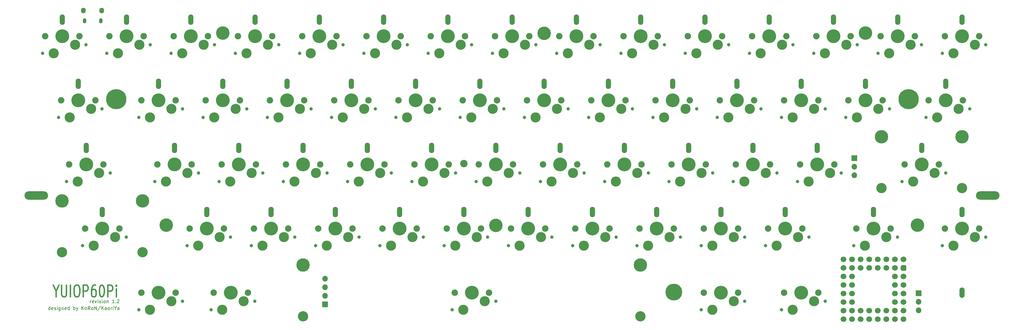
<source format=gbr>
%TF.GenerationSoftware,KiCad,Pcbnew,(5.1.9)-1*%
%TF.CreationDate,2021-10-24T15:32:31+09:00*%
%TF.ProjectId,main2,6d61696e-322e-46b6-9963-61645f706362,2*%
%TF.SameCoordinates,Original*%
%TF.FileFunction,Soldermask,Top*%
%TF.FilePolarity,Negative*%
%FSLAX46Y46*%
G04 Gerber Fmt 4.6, Leading zero omitted, Abs format (unit mm)*
G04 Created by KiCad (PCBNEW (5.1.9)-1) date 2021-10-24 15:32:31*
%MOMM*%
%LPD*%
G01*
G04 APERTURE LIST*
%ADD10C,0.400000*%
%ADD11C,0.150000*%
%ADD12C,1.000000*%
%ADD13C,3.000000*%
%ADD14C,4.100000*%
%ADD15C,1.900000*%
%ADD16O,1.700000X1.700000*%
%ADD17R,1.700000X1.700000*%
%ADD18C,1.700000*%
%ADD19C,4.000000*%
%ADD20O,7.000000X2.500000*%
%ADD21C,5.000000*%
%ADD22C,2.200000*%
%ADD23C,6.000000*%
%ADD24C,3.987800*%
%ADD25C,3.048000*%
%ADD26O,1.500000X3.150000*%
%ADD27O,1.100000X1.500000*%
%ADD28O,1.350000X1.700000*%
G04 APERTURE END LIST*
D10*
X77309523Y-184916666D02*
X77309523Y-186583333D01*
X76476190Y-183083333D02*
X77309523Y-184916666D01*
X78142857Y-183083333D01*
X78976190Y-183083333D02*
X78976190Y-185916666D01*
X79095238Y-186250000D01*
X79214285Y-186416666D01*
X79452380Y-186583333D01*
X79928571Y-186583333D01*
X80166666Y-186416666D01*
X80285714Y-186250000D01*
X80404761Y-185916666D01*
X80404761Y-183083333D01*
X81595238Y-186583333D02*
X81595238Y-183083333D01*
X83261904Y-183083333D02*
X83738095Y-183083333D01*
X83976190Y-183250000D01*
X84214285Y-183583333D01*
X84333333Y-184250000D01*
X84333333Y-185416666D01*
X84214285Y-186083333D01*
X83976190Y-186416666D01*
X83738095Y-186583333D01*
X83261904Y-186583333D01*
X83023809Y-186416666D01*
X82785714Y-186083333D01*
X82666666Y-185416666D01*
X82666666Y-184250000D01*
X82785714Y-183583333D01*
X83023809Y-183250000D01*
X83261904Y-183083333D01*
X85404761Y-186583333D02*
X85404761Y-183083333D01*
X86357142Y-183083333D01*
X86595238Y-183250000D01*
X86714285Y-183416666D01*
X86833333Y-183750000D01*
X86833333Y-184250000D01*
X86714285Y-184583333D01*
X86595238Y-184750000D01*
X86357142Y-184916666D01*
X85404761Y-184916666D01*
X88976190Y-183083333D02*
X88500000Y-183083333D01*
X88261904Y-183250000D01*
X88142857Y-183416666D01*
X87904761Y-183916666D01*
X87785714Y-184583333D01*
X87785714Y-185916666D01*
X87904761Y-186250000D01*
X88023809Y-186416666D01*
X88261904Y-186583333D01*
X88738095Y-186583333D01*
X88976190Y-186416666D01*
X89095238Y-186250000D01*
X89214285Y-185916666D01*
X89214285Y-185083333D01*
X89095238Y-184750000D01*
X88976190Y-184583333D01*
X88738095Y-184416666D01*
X88261904Y-184416666D01*
X88023809Y-184583333D01*
X87904761Y-184750000D01*
X87785714Y-185083333D01*
X90761904Y-183083333D02*
X91000000Y-183083333D01*
X91238095Y-183250000D01*
X91357142Y-183416666D01*
X91476190Y-183750000D01*
X91595238Y-184416666D01*
X91595238Y-185250000D01*
X91476190Y-185916666D01*
X91357142Y-186250000D01*
X91238095Y-186416666D01*
X91000000Y-186583333D01*
X90761904Y-186583333D01*
X90523809Y-186416666D01*
X90404761Y-186250000D01*
X90285714Y-185916666D01*
X90166666Y-185250000D01*
X90166666Y-184416666D01*
X90285714Y-183750000D01*
X90404761Y-183416666D01*
X90523809Y-183250000D01*
X90761904Y-183083333D01*
X92666666Y-186583333D02*
X92666666Y-183083333D01*
X93619047Y-183083333D01*
X93857142Y-183250000D01*
X93976190Y-183416666D01*
X94095238Y-183750000D01*
X94095238Y-184250000D01*
X93976190Y-184583333D01*
X93857142Y-184750000D01*
X93619047Y-184916666D01*
X92666666Y-184916666D01*
X95166666Y-186583333D02*
X95166666Y-184250000D01*
X95166666Y-183083333D02*
X95047619Y-183250000D01*
X95166666Y-183416666D01*
X95285714Y-183250000D01*
X95166666Y-183083333D01*
X95166666Y-183416666D01*
D11*
X75576190Y-190452380D02*
X75576190Y-189452380D01*
X75576190Y-190404761D02*
X75480952Y-190452380D01*
X75290476Y-190452380D01*
X75195238Y-190404761D01*
X75147619Y-190357142D01*
X75100000Y-190261904D01*
X75100000Y-189976190D01*
X75147619Y-189880952D01*
X75195238Y-189833333D01*
X75290476Y-189785714D01*
X75480952Y-189785714D01*
X75576190Y-189833333D01*
X76433333Y-190404761D02*
X76338095Y-190452380D01*
X76147619Y-190452380D01*
X76052380Y-190404761D01*
X76004761Y-190309523D01*
X76004761Y-189928571D01*
X76052380Y-189833333D01*
X76147619Y-189785714D01*
X76338095Y-189785714D01*
X76433333Y-189833333D01*
X76480952Y-189928571D01*
X76480952Y-190023809D01*
X76004761Y-190119047D01*
X76861904Y-190404761D02*
X76957142Y-190452380D01*
X77147619Y-190452380D01*
X77242857Y-190404761D01*
X77290476Y-190309523D01*
X77290476Y-190261904D01*
X77242857Y-190166666D01*
X77147619Y-190119047D01*
X77004761Y-190119047D01*
X76909523Y-190071428D01*
X76861904Y-189976190D01*
X76861904Y-189928571D01*
X76909523Y-189833333D01*
X77004761Y-189785714D01*
X77147619Y-189785714D01*
X77242857Y-189833333D01*
X77719047Y-190452380D02*
X77719047Y-189785714D01*
X77719047Y-189452380D02*
X77671428Y-189500000D01*
X77719047Y-189547619D01*
X77766666Y-189500000D01*
X77719047Y-189452380D01*
X77719047Y-189547619D01*
X78623809Y-189785714D02*
X78623809Y-190595238D01*
X78576190Y-190690476D01*
X78528571Y-190738095D01*
X78433333Y-190785714D01*
X78290476Y-190785714D01*
X78195238Y-190738095D01*
X78623809Y-190404761D02*
X78528571Y-190452380D01*
X78338095Y-190452380D01*
X78242857Y-190404761D01*
X78195238Y-190357142D01*
X78147619Y-190261904D01*
X78147619Y-189976190D01*
X78195238Y-189880952D01*
X78242857Y-189833333D01*
X78338095Y-189785714D01*
X78528571Y-189785714D01*
X78623809Y-189833333D01*
X79100000Y-189785714D02*
X79100000Y-190452380D01*
X79100000Y-189880952D02*
X79147619Y-189833333D01*
X79242857Y-189785714D01*
X79385714Y-189785714D01*
X79480952Y-189833333D01*
X79528571Y-189928571D01*
X79528571Y-190452380D01*
X80385714Y-190404761D02*
X80290476Y-190452380D01*
X80100000Y-190452380D01*
X80004761Y-190404761D01*
X79957142Y-190309523D01*
X79957142Y-189928571D01*
X80004761Y-189833333D01*
X80100000Y-189785714D01*
X80290476Y-189785714D01*
X80385714Y-189833333D01*
X80433333Y-189928571D01*
X80433333Y-190023809D01*
X79957142Y-190119047D01*
X81290476Y-190452380D02*
X81290476Y-189452380D01*
X81290476Y-190404761D02*
X81195238Y-190452380D01*
X81004761Y-190452380D01*
X80909523Y-190404761D01*
X80861904Y-190357142D01*
X80814285Y-190261904D01*
X80814285Y-189976190D01*
X80861904Y-189880952D01*
X80909523Y-189833333D01*
X81004761Y-189785714D01*
X81195238Y-189785714D01*
X81290476Y-189833333D01*
X82528571Y-190452380D02*
X82528571Y-189452380D01*
X82528571Y-189833333D02*
X82623809Y-189785714D01*
X82814285Y-189785714D01*
X82909523Y-189833333D01*
X82957142Y-189880952D01*
X83004761Y-189976190D01*
X83004761Y-190261904D01*
X82957142Y-190357142D01*
X82909523Y-190404761D01*
X82814285Y-190452380D01*
X82623809Y-190452380D01*
X82528571Y-190404761D01*
X83338095Y-189785714D02*
X83576190Y-190452380D01*
X83814285Y-189785714D02*
X83576190Y-190452380D01*
X83480952Y-190690476D01*
X83433333Y-190738095D01*
X83338095Y-190785714D01*
X84957142Y-190452380D02*
X84957142Y-189452380D01*
X85528571Y-190452380D02*
X85100000Y-189880952D01*
X85528571Y-189452380D02*
X84957142Y-190023809D01*
X86100000Y-190452380D02*
X86004761Y-190404761D01*
X85957142Y-190357142D01*
X85909523Y-190261904D01*
X85909523Y-189976190D01*
X85957142Y-189880952D01*
X86004761Y-189833333D01*
X86100000Y-189785714D01*
X86242857Y-189785714D01*
X86338095Y-189833333D01*
X86385714Y-189880952D01*
X86433333Y-189976190D01*
X86433333Y-190261904D01*
X86385714Y-190357142D01*
X86338095Y-190404761D01*
X86242857Y-190452380D01*
X86100000Y-190452380D01*
X87433333Y-190452380D02*
X87100000Y-189976190D01*
X86861904Y-190452380D02*
X86861904Y-189452380D01*
X87242857Y-189452380D01*
X87338095Y-189500000D01*
X87385714Y-189547619D01*
X87433333Y-189642857D01*
X87433333Y-189785714D01*
X87385714Y-189880952D01*
X87338095Y-189928571D01*
X87242857Y-189976190D01*
X86861904Y-189976190D01*
X88004761Y-190452380D02*
X87909523Y-190404761D01*
X87861904Y-190357142D01*
X87814285Y-190261904D01*
X87814285Y-189976190D01*
X87861904Y-189880952D01*
X87909523Y-189833333D01*
X88004761Y-189785714D01*
X88147619Y-189785714D01*
X88242857Y-189833333D01*
X88290476Y-189880952D01*
X88338095Y-189976190D01*
X88338095Y-190261904D01*
X88290476Y-190357142D01*
X88242857Y-190404761D01*
X88147619Y-190452380D01*
X88004761Y-190452380D01*
X88766666Y-190452380D02*
X88766666Y-189452380D01*
X89338095Y-190452380D01*
X89338095Y-189452380D01*
X90528571Y-189404761D02*
X89671428Y-190690476D01*
X90861904Y-190452380D02*
X90861904Y-189452380D01*
X91433333Y-190452380D02*
X91004761Y-189880952D01*
X91433333Y-189452380D02*
X90861904Y-190023809D01*
X92290476Y-190452380D02*
X92290476Y-189928571D01*
X92242857Y-189833333D01*
X92147619Y-189785714D01*
X91957142Y-189785714D01*
X91861904Y-189833333D01*
X92290476Y-190404761D02*
X92195238Y-190452380D01*
X91957142Y-190452380D01*
X91861904Y-190404761D01*
X91814285Y-190309523D01*
X91814285Y-190214285D01*
X91861904Y-190119047D01*
X91957142Y-190071428D01*
X92195238Y-190071428D01*
X92290476Y-190023809D01*
X92909523Y-190452380D02*
X92814285Y-190404761D01*
X92766666Y-190357142D01*
X92719047Y-190261904D01*
X92719047Y-189976190D01*
X92766666Y-189880952D01*
X92814285Y-189833333D01*
X92909523Y-189785714D01*
X93052380Y-189785714D01*
X93147619Y-189833333D01*
X93195238Y-189880952D01*
X93242857Y-189976190D01*
X93242857Y-190261904D01*
X93195238Y-190357142D01*
X93147619Y-190404761D01*
X93052380Y-190452380D01*
X92909523Y-190452380D01*
X93671428Y-190452380D02*
X93671428Y-189785714D01*
X93671428Y-189976190D02*
X93719047Y-189880952D01*
X93766666Y-189833333D01*
X93861904Y-189785714D01*
X93957142Y-189785714D01*
X94290476Y-190452380D02*
X94290476Y-189785714D01*
X94290476Y-189452380D02*
X94242857Y-189500000D01*
X94290476Y-189547619D01*
X94338095Y-189500000D01*
X94290476Y-189452380D01*
X94290476Y-189547619D01*
X94957142Y-189976190D02*
X94957142Y-190452380D01*
X94623809Y-189452380D02*
X94957142Y-189976190D01*
X95290476Y-189452380D01*
X96052380Y-190452380D02*
X96052380Y-189928571D01*
X96004761Y-189833333D01*
X95909523Y-189785714D01*
X95719047Y-189785714D01*
X95623809Y-189833333D01*
X96052380Y-190404761D02*
X95957142Y-190452380D01*
X95719047Y-190452380D01*
X95623809Y-190404761D01*
X95576190Y-190309523D01*
X95576190Y-190214285D01*
X95623809Y-190119047D01*
X95719047Y-190071428D01*
X95957142Y-190071428D01*
X96052380Y-190023809D01*
X87511904Y-188452380D02*
X87511904Y-187785714D01*
X87511904Y-187976190D02*
X87559523Y-187880952D01*
X87607142Y-187833333D01*
X87702380Y-187785714D01*
X87797619Y-187785714D01*
X88511904Y-188404761D02*
X88416666Y-188452380D01*
X88226190Y-188452380D01*
X88130952Y-188404761D01*
X88083333Y-188309523D01*
X88083333Y-187928571D01*
X88130952Y-187833333D01*
X88226190Y-187785714D01*
X88416666Y-187785714D01*
X88511904Y-187833333D01*
X88559523Y-187928571D01*
X88559523Y-188023809D01*
X88083333Y-188119047D01*
X88892857Y-187785714D02*
X89130952Y-188452380D01*
X89369047Y-187785714D01*
X89750000Y-188452380D02*
X89750000Y-187785714D01*
X89750000Y-187452380D02*
X89702380Y-187500000D01*
X89750000Y-187547619D01*
X89797619Y-187500000D01*
X89750000Y-187452380D01*
X89750000Y-187547619D01*
X90178571Y-188404761D02*
X90273809Y-188452380D01*
X90464285Y-188452380D01*
X90559523Y-188404761D01*
X90607142Y-188309523D01*
X90607142Y-188261904D01*
X90559523Y-188166666D01*
X90464285Y-188119047D01*
X90321428Y-188119047D01*
X90226190Y-188071428D01*
X90178571Y-187976190D01*
X90178571Y-187928571D01*
X90226190Y-187833333D01*
X90321428Y-187785714D01*
X90464285Y-187785714D01*
X90559523Y-187833333D01*
X91035714Y-188452380D02*
X91035714Y-187785714D01*
X91035714Y-187452380D02*
X90988095Y-187500000D01*
X91035714Y-187547619D01*
X91083333Y-187500000D01*
X91035714Y-187452380D01*
X91035714Y-187547619D01*
X91654761Y-188452380D02*
X91559523Y-188404761D01*
X91511904Y-188357142D01*
X91464285Y-188261904D01*
X91464285Y-187976190D01*
X91511904Y-187880952D01*
X91559523Y-187833333D01*
X91654761Y-187785714D01*
X91797619Y-187785714D01*
X91892857Y-187833333D01*
X91940476Y-187880952D01*
X91988095Y-187976190D01*
X91988095Y-188261904D01*
X91940476Y-188357142D01*
X91892857Y-188404761D01*
X91797619Y-188452380D01*
X91654761Y-188452380D01*
X92416666Y-187785714D02*
X92416666Y-188452380D01*
X92416666Y-187880952D02*
X92464285Y-187833333D01*
X92559523Y-187785714D01*
X92702380Y-187785714D01*
X92797619Y-187833333D01*
X92845238Y-187928571D01*
X92845238Y-188452380D01*
X94607142Y-188452380D02*
X94035714Y-188452380D01*
X94321428Y-188452380D02*
X94321428Y-187452380D01*
X94226190Y-187595238D01*
X94130952Y-187690476D01*
X94035714Y-187738095D01*
X95035714Y-188357142D02*
X95083333Y-188404761D01*
X95035714Y-188452380D01*
X94988095Y-188404761D01*
X95035714Y-188357142D01*
X95035714Y-188452380D01*
X95464285Y-187547619D02*
X95511904Y-187500000D01*
X95607142Y-187452380D01*
X95845238Y-187452380D01*
X95940476Y-187500000D01*
X95988095Y-187547619D01*
X96035714Y-187642857D01*
X96035714Y-187738095D01*
X95988095Y-187880952D01*
X95416666Y-188452380D01*
X96035714Y-188452380D01*
D12*
%TO.C,KSW28*%
X311433000Y-133340000D03*
X324360000Y-130800000D03*
D13*
X321085000Y-130800000D03*
X314735000Y-133340000D03*
D14*
X317275000Y-128260000D03*
D15*
X312195000Y-128260000D03*
X322355000Y-128260000D03*
%TD*%
D12*
%TO.C,KSW59*%
X268570000Y-190490000D03*
X281497000Y-187950000D03*
D13*
X278222000Y-187950000D03*
X271872000Y-190490000D03*
D14*
X274412000Y-185410000D03*
D15*
X269332000Y-185410000D03*
X279492000Y-185410000D03*
%TD*%
D16*
%TO.C,J4*%
X333017000Y-190678000D03*
X333017000Y-188138000D03*
D17*
X333017000Y-185598000D03*
%TD*%
D16*
%TO.C,J2*%
X157122000Y-181280000D03*
X157122000Y-183820000D03*
X157122000Y-186360000D03*
D17*
X157122000Y-188900000D03*
%TD*%
D18*
%TO.C,U1*%
X328565000Y-175520000D03*
X326025000Y-178060000D03*
X326025000Y-175520000D03*
X323485000Y-178060000D03*
X323485000Y-175520000D03*
X320945000Y-178060000D03*
X320945000Y-175520000D03*
X318405000Y-178060000D03*
X318405000Y-175520000D03*
X315865000Y-178060000D03*
X315865000Y-175520000D03*
X313325000Y-175520000D03*
X310785000Y-175520000D03*
X313325000Y-178060000D03*
X310785000Y-178060000D03*
X313325000Y-180600000D03*
X310785000Y-180600000D03*
X313325000Y-183140000D03*
X310785000Y-183140000D03*
X313325000Y-185680000D03*
X310785000Y-185680000D03*
X313325000Y-188220000D03*
X310785000Y-188220000D03*
X310785000Y-190760000D03*
X310785000Y-193300000D03*
X313325000Y-190760000D03*
X313325000Y-193300000D03*
X315865000Y-190760000D03*
X315865000Y-193300000D03*
X318405000Y-190760000D03*
X318405000Y-193300000D03*
X320945000Y-190760000D03*
X320945000Y-193300000D03*
X323485000Y-190760000D03*
X323485000Y-193300000D03*
X326025000Y-193300000D03*
X328565000Y-193300000D03*
X326025000Y-190760000D03*
X328565000Y-190760000D03*
X326025000Y-188220000D03*
X328565000Y-188220000D03*
X326025000Y-185680000D03*
X328565000Y-185680000D03*
X326025000Y-183140000D03*
X328565000Y-183140000D03*
X326025000Y-180600000D03*
X328565000Y-180600000D03*
G36*
G01*
X329415000Y-177635000D02*
X329415000Y-178485000D01*
G75*
G02*
X328990000Y-178910000I-425000J0D01*
G01*
X328140000Y-178910000D01*
G75*
G02*
X327715000Y-178485000I0J425000D01*
G01*
X327715000Y-177635000D01*
G75*
G02*
X328140000Y-177210000I425000J0D01*
G01*
X328990000Y-177210000D01*
G75*
G02*
X329415000Y-177635000I0J-425000D01*
G01*
G37*
%TD*%
D19*
%TO.C,HOLE12*%
X332650000Y-165300000D03*
%TD*%
%TO.C,HOLE10*%
X110000000Y-165300000D03*
%TD*%
%TO.C,HOLE11*%
X207738000Y-165400000D03*
%TD*%
%TO.C,HOLE9*%
X317275000Y-108300000D03*
%TD*%
%TO.C,HOLE8*%
X222025000Y-108310000D03*
%TD*%
%TO.C,HOLE7*%
X126775000Y-108300000D03*
%TD*%
D20*
%TO.C,HOLE6*%
X353540000Y-156500000D03*
%TD*%
%TO.C,HOLE5*%
X71460000Y-156500000D03*
%TD*%
D21*
%TO.C,HOLE4*%
X260500000Y-185200000D03*
%TD*%
D22*
%TO.C,HOLE3*%
X198200000Y-147000000D03*
%TD*%
D23*
%TO.C,HOLE2*%
X330050000Y-127910000D03*
%TD*%
%TO.C,HOLE1*%
X95200000Y-127900000D03*
%TD*%
D24*
%TO.C,STB2*%
X150594000Y-177155000D03*
D25*
X250594000Y-192395000D03*
D24*
X250594000Y-177155000D03*
D25*
X150594000Y-192395000D03*
%TD*%
%TO.C,STB1*%
X79118200Y-173345000D03*
D24*
X79118200Y-158105000D03*
X102994200Y-158105000D03*
D25*
X102994200Y-173345000D03*
%TD*%
%TO.C,STB3*%
X322006000Y-154295000D03*
D24*
X322006000Y-139055000D03*
X345882000Y-139055000D03*
D25*
X345882000Y-154295000D03*
%TD*%
D26*
%TO.C,LED56*%
X345850000Y-104250000D03*
%TD*%
%TO.C,LED55*%
X326800000Y-104250000D03*
%TD*%
%TO.C,LED54*%
X307750000Y-104250000D03*
%TD*%
%TO.C,LED53*%
X288700000Y-104250000D03*
%TD*%
%TO.C,LED52*%
X269650000Y-104250000D03*
%TD*%
%TO.C,LED51*%
X250600000Y-104250000D03*
%TD*%
%TO.C,LED50*%
X231550000Y-104250000D03*
%TD*%
%TO.C,LED49*%
X212500000Y-104250000D03*
%TD*%
%TO.C,LED48*%
X193450000Y-104250000D03*
%TD*%
%TO.C,LED47*%
X174400000Y-104250000D03*
%TD*%
%TO.C,LED46*%
X155350000Y-104250000D03*
%TD*%
%TO.C,LED45*%
X136300000Y-104250000D03*
%TD*%
%TO.C,LED44*%
X117250000Y-104250000D03*
%TD*%
%TO.C,LED43*%
X98200000Y-104250000D03*
%TD*%
%TO.C,LED42*%
X79150000Y-104250000D03*
%TD*%
%TO.C,LED41*%
X83912500Y-123300000D03*
%TD*%
%TO.C,LED40*%
X107725000Y-123300000D03*
%TD*%
%TO.C,LED39*%
X126775000Y-123300000D03*
%TD*%
%TO.C,LED38*%
X145825000Y-123300000D03*
%TD*%
%TO.C,LED37*%
X164875000Y-123300000D03*
%TD*%
%TO.C,LED36*%
X183925000Y-123300000D03*
%TD*%
%TO.C,LED35*%
X202975000Y-123300000D03*
%TD*%
%TO.C,LED34*%
X222025000Y-123300000D03*
%TD*%
%TO.C,LED33*%
X241075000Y-123300000D03*
%TD*%
%TO.C,LED32*%
X260125000Y-123300000D03*
%TD*%
%TO.C,LED31*%
X279175000Y-123300000D03*
%TD*%
%TO.C,LED30*%
X298225000Y-123300000D03*
%TD*%
%TO.C,LED29*%
X317275000Y-123300000D03*
%TD*%
%TO.C,LED28*%
X341088000Y-123300000D03*
%TD*%
%TO.C,LED27*%
X333944000Y-142350000D03*
%TD*%
%TO.C,LED26*%
X302988000Y-142350000D03*
%TD*%
%TO.C,LED25*%
X283938000Y-142350000D03*
%TD*%
%TO.C,LED24*%
X264888000Y-142350000D03*
%TD*%
%TO.C,LED23*%
X245838000Y-142350000D03*
%TD*%
%TO.C,LED22*%
X226788000Y-142350000D03*
%TD*%
%TO.C,LED21*%
X207738000Y-142350000D03*
%TD*%
%TO.C,LED20*%
X188688000Y-142350000D03*
%TD*%
%TO.C,LED19*%
X169638000Y-142350000D03*
%TD*%
%TO.C,LED18*%
X150588000Y-142350000D03*
%TD*%
%TO.C,LED17*%
X131538000Y-142350000D03*
%TD*%
%TO.C,LED16*%
X112488000Y-142350000D03*
%TD*%
%TO.C,LED15*%
X86293800Y-142350000D03*
%TD*%
%TO.C,LED14*%
X91056200Y-161400000D03*
%TD*%
%TO.C,LED13*%
X122012000Y-161400000D03*
%TD*%
%TO.C,LED12*%
X141062000Y-161400000D03*
%TD*%
%TO.C,LED11*%
X160112000Y-161400000D03*
%TD*%
%TO.C,LED10*%
X179162000Y-161400000D03*
%TD*%
%TO.C,LED9*%
X198212000Y-161400000D03*
%TD*%
%TO.C,LED8*%
X217262000Y-161400000D03*
%TD*%
%TO.C,LED7*%
X236312000Y-161400000D03*
%TD*%
%TO.C,LED6*%
X255362000Y-161400000D03*
%TD*%
%TO.C,LED5*%
X274412000Y-161400000D03*
%TD*%
%TO.C,LED4*%
X293462000Y-161400000D03*
%TD*%
%TO.C,LED3*%
X319656000Y-161400000D03*
%TD*%
%TO.C,LED2*%
X345850000Y-161400000D03*
%TD*%
%TO.C,LED1*%
X345851000Y-185410000D03*
%TD*%
D12*
%TO.C,KSW60*%
X292383000Y-190490000D03*
X305310000Y-187950000D03*
D13*
X302035000Y-187950000D03*
X295685000Y-190490000D03*
D14*
X298225000Y-185410000D03*
D15*
X293145000Y-185410000D03*
X303305000Y-185410000D03*
%TD*%
D12*
%TO.C,KSW58*%
X194752000Y-190490000D03*
X207679000Y-187950000D03*
D13*
X204404000Y-187950000D03*
X198054000Y-190490000D03*
D14*
X200594000Y-185410000D03*
D15*
X195514000Y-185410000D03*
X205674000Y-185410000D03*
%TD*%
D12*
%TO.C,KSW57*%
X123314000Y-190490000D03*
X136241000Y-187950000D03*
D13*
X132966000Y-187950000D03*
X126616000Y-190490000D03*
D14*
X129156000Y-185410000D03*
D15*
X124076000Y-185410000D03*
X134236000Y-185410000D03*
%TD*%
D12*
%TO.C,KSW56*%
X101883000Y-190490000D03*
X114810000Y-187950000D03*
D13*
X111535000Y-187950000D03*
X105185000Y-190490000D03*
D14*
X107725000Y-185410000D03*
D15*
X102645000Y-185410000D03*
X112805000Y-185410000D03*
%TD*%
D12*
%TO.C,KSW55*%
X340008000Y-171440000D03*
X352935000Y-168900000D03*
D13*
X349660000Y-168900000D03*
X343310000Y-171440000D03*
D14*
X345850000Y-166360000D03*
D15*
X340770000Y-166360000D03*
X350930000Y-166360000D03*
%TD*%
D12*
%TO.C,KSW54*%
X313814000Y-171440000D03*
X326741000Y-168900000D03*
D13*
X323466000Y-168900000D03*
X317116000Y-171440000D03*
D14*
X319656000Y-166360000D03*
D15*
X314576000Y-166360000D03*
X324736000Y-166360000D03*
%TD*%
D12*
%TO.C,KSW53*%
X287620000Y-171440000D03*
X300547000Y-168900000D03*
D13*
X297272000Y-168900000D03*
X290922000Y-171440000D03*
D14*
X293462000Y-166360000D03*
D15*
X288382000Y-166360000D03*
X298542000Y-166360000D03*
%TD*%
D12*
%TO.C,KSW52*%
X268570000Y-171440000D03*
X281497000Y-168900000D03*
D13*
X278222000Y-168900000D03*
X271872000Y-171440000D03*
D14*
X274412000Y-166360000D03*
D15*
X269332000Y-166360000D03*
X279492000Y-166360000D03*
%TD*%
D12*
%TO.C,KSW51*%
X249520000Y-171440000D03*
X262447000Y-168900000D03*
D13*
X259172000Y-168900000D03*
X252822000Y-171440000D03*
D14*
X255362000Y-166360000D03*
D15*
X250282000Y-166360000D03*
X260442000Y-166360000D03*
%TD*%
D12*
%TO.C,KSW50*%
X230470000Y-171440000D03*
X243397000Y-168900000D03*
D13*
X240122000Y-168900000D03*
X233772000Y-171440000D03*
D14*
X236312000Y-166360000D03*
D15*
X231232000Y-166360000D03*
X241392000Y-166360000D03*
%TD*%
D12*
%TO.C,KSW49*%
X211420000Y-171440000D03*
X224347000Y-168900000D03*
D13*
X221072000Y-168900000D03*
X214722000Y-171440000D03*
D14*
X217262000Y-166360000D03*
D15*
X212182000Y-166360000D03*
X222342000Y-166360000D03*
%TD*%
D12*
%TO.C,KSW48*%
X192370000Y-171440000D03*
X205297000Y-168900000D03*
D13*
X202022000Y-168900000D03*
X195672000Y-171440000D03*
D14*
X198212000Y-166360000D03*
D15*
X193132000Y-166360000D03*
X203292000Y-166360000D03*
%TD*%
D12*
%TO.C,KSW47*%
X173320000Y-171440000D03*
X186247000Y-168900000D03*
D13*
X182972000Y-168900000D03*
X176622000Y-171440000D03*
D14*
X179162000Y-166360000D03*
D15*
X174082000Y-166360000D03*
X184242000Y-166360000D03*
%TD*%
D12*
%TO.C,KSW46*%
X154270000Y-171440000D03*
X167197000Y-168900000D03*
D13*
X163922000Y-168900000D03*
X157572000Y-171440000D03*
D14*
X160112000Y-166360000D03*
D15*
X155032000Y-166360000D03*
X165192000Y-166360000D03*
%TD*%
D12*
%TO.C,KSW45*%
X135220000Y-171440000D03*
X148147000Y-168900000D03*
D13*
X144872000Y-168900000D03*
X138522000Y-171440000D03*
D14*
X141062000Y-166360000D03*
D15*
X135982000Y-166360000D03*
X146142000Y-166360000D03*
%TD*%
D12*
%TO.C,KSW44*%
X116170000Y-171440000D03*
X129097000Y-168900000D03*
D13*
X125822000Y-168900000D03*
X119472000Y-171440000D03*
D14*
X122012000Y-166360000D03*
D15*
X116932000Y-166360000D03*
X127092000Y-166360000D03*
%TD*%
D12*
%TO.C,KSW43*%
X85214200Y-171440000D03*
X98141200Y-168900000D03*
D13*
X94866200Y-168900000D03*
X88516200Y-171440000D03*
D14*
X91056200Y-166360000D03*
D15*
X85976200Y-166360000D03*
X96136200Y-166360000D03*
%TD*%
D12*
%TO.C,KSW42*%
X328102000Y-152390000D03*
X341029000Y-149850000D03*
D13*
X337754000Y-149850000D03*
X331404000Y-152390000D03*
D14*
X333944000Y-147310000D03*
D15*
X328864000Y-147310000D03*
X339024000Y-147310000D03*
%TD*%
D12*
%TO.C,KSW41*%
X297146000Y-152390000D03*
X310073000Y-149850000D03*
D13*
X306798000Y-149850000D03*
X300448000Y-152390000D03*
D14*
X302988000Y-147310000D03*
D15*
X297908000Y-147310000D03*
X308068000Y-147310000D03*
%TD*%
D12*
%TO.C,KSW40*%
X278096000Y-152390000D03*
X291023000Y-149850000D03*
D13*
X287748000Y-149850000D03*
X281398000Y-152390000D03*
D14*
X283938000Y-147310000D03*
D15*
X278858000Y-147310000D03*
X289018000Y-147310000D03*
%TD*%
D12*
%TO.C,KSW39*%
X259046000Y-152390000D03*
X271973000Y-149850000D03*
D13*
X268698000Y-149850000D03*
X262348000Y-152390000D03*
D14*
X264888000Y-147310000D03*
D15*
X259808000Y-147310000D03*
X269968000Y-147310000D03*
%TD*%
D12*
%TO.C,KSW38*%
X239996000Y-152390000D03*
X252923000Y-149850000D03*
D13*
X249648000Y-149850000D03*
X243298000Y-152390000D03*
D14*
X245838000Y-147310000D03*
D15*
X240758000Y-147310000D03*
X250918000Y-147310000D03*
%TD*%
D12*
%TO.C,KSW37*%
X220946000Y-152390000D03*
X233873000Y-149850000D03*
D13*
X230598000Y-149850000D03*
X224248000Y-152390000D03*
D14*
X226788000Y-147310000D03*
D15*
X221708000Y-147310000D03*
X231868000Y-147310000D03*
%TD*%
D12*
%TO.C,KSW36*%
X201896000Y-152390000D03*
X214823000Y-149850000D03*
D13*
X211548000Y-149850000D03*
X205198000Y-152390000D03*
D14*
X207738000Y-147310000D03*
D15*
X202658000Y-147310000D03*
X212818000Y-147310000D03*
%TD*%
D12*
%TO.C,KSW35*%
X182846000Y-152390000D03*
X195773000Y-149850000D03*
D13*
X192498000Y-149850000D03*
X186148000Y-152390000D03*
D14*
X188688000Y-147310000D03*
D15*
X183608000Y-147310000D03*
X193768000Y-147310000D03*
%TD*%
D12*
%TO.C,KSW34*%
X163796000Y-152390000D03*
X176723000Y-149850000D03*
D13*
X173448000Y-149850000D03*
X167098000Y-152390000D03*
D14*
X169638000Y-147310000D03*
D15*
X164558000Y-147310000D03*
X174718000Y-147310000D03*
%TD*%
D12*
%TO.C,KSW33*%
X144746000Y-152390000D03*
X157673000Y-149850000D03*
D13*
X154398000Y-149850000D03*
X148048000Y-152390000D03*
D14*
X150588000Y-147310000D03*
D15*
X145508000Y-147310000D03*
X155668000Y-147310000D03*
%TD*%
D12*
%TO.C,KSW32*%
X125696000Y-152390000D03*
X138623000Y-149850000D03*
D13*
X135348000Y-149850000D03*
X128998000Y-152390000D03*
D14*
X131538000Y-147310000D03*
D15*
X126458000Y-147310000D03*
X136618000Y-147310000D03*
%TD*%
D12*
%TO.C,KSW31*%
X106646000Y-152390000D03*
X119573000Y-149850000D03*
D13*
X116298000Y-149850000D03*
X109948000Y-152390000D03*
D14*
X112488000Y-147310000D03*
D15*
X107408000Y-147310000D03*
X117568000Y-147310000D03*
%TD*%
D12*
%TO.C,KSW30*%
X80451800Y-152390000D03*
X93378800Y-149850000D03*
D13*
X90103800Y-149850000D03*
X83753800Y-152390000D03*
D14*
X86293800Y-147310000D03*
D15*
X81213800Y-147310000D03*
X91373800Y-147310000D03*
%TD*%
D12*
%TO.C,KSW29*%
X335246000Y-133340000D03*
X348173000Y-130800000D03*
D13*
X344898000Y-130800000D03*
X338548000Y-133340000D03*
D14*
X341088000Y-128260000D03*
D15*
X336008000Y-128260000D03*
X346168000Y-128260000D03*
%TD*%
D12*
%TO.C,KSW27*%
X292383000Y-133340000D03*
X305310000Y-130800000D03*
D13*
X302035000Y-130800000D03*
X295685000Y-133340000D03*
D14*
X298225000Y-128260000D03*
D15*
X293145000Y-128260000D03*
X303305000Y-128260000D03*
%TD*%
D12*
%TO.C,KSW26*%
X273333000Y-133340000D03*
X286260000Y-130800000D03*
D13*
X282985000Y-130800000D03*
X276635000Y-133340000D03*
D14*
X279175000Y-128260000D03*
D15*
X274095000Y-128260000D03*
X284255000Y-128260000D03*
%TD*%
D12*
%TO.C,KSW25*%
X254283000Y-133340000D03*
X267210000Y-130800000D03*
D13*
X263935000Y-130800000D03*
X257585000Y-133340000D03*
D14*
X260125000Y-128260000D03*
D15*
X255045000Y-128260000D03*
X265205000Y-128260000D03*
%TD*%
D12*
%TO.C,KSW24*%
X235233000Y-133340000D03*
X248160000Y-130800000D03*
D13*
X244885000Y-130800000D03*
X238535000Y-133340000D03*
D14*
X241075000Y-128260000D03*
D15*
X235995000Y-128260000D03*
X246155000Y-128260000D03*
%TD*%
D12*
%TO.C,KSW23*%
X216183000Y-133340000D03*
X229110000Y-130800000D03*
D13*
X225835000Y-130800000D03*
X219485000Y-133340000D03*
D14*
X222025000Y-128260000D03*
D15*
X216945000Y-128260000D03*
X227105000Y-128260000D03*
%TD*%
D12*
%TO.C,KSW22*%
X197133000Y-133340000D03*
X210060000Y-130800000D03*
D13*
X206785000Y-130800000D03*
X200435000Y-133340000D03*
D14*
X202975000Y-128260000D03*
D15*
X197895000Y-128260000D03*
X208055000Y-128260000D03*
%TD*%
D12*
%TO.C,KSW21*%
X178083000Y-133340000D03*
X191010000Y-130800000D03*
D13*
X187735000Y-130800000D03*
X181385000Y-133340000D03*
D14*
X183925000Y-128260000D03*
D15*
X178845000Y-128260000D03*
X189005000Y-128260000D03*
%TD*%
D12*
%TO.C,KSW20*%
X159033000Y-133340000D03*
X171960000Y-130800000D03*
D13*
X168685000Y-130800000D03*
X162335000Y-133340000D03*
D14*
X164875000Y-128260000D03*
D15*
X159795000Y-128260000D03*
X169955000Y-128260000D03*
%TD*%
D12*
%TO.C,KSW19*%
X139983000Y-133340000D03*
X152910000Y-130800000D03*
D13*
X149635000Y-130800000D03*
X143285000Y-133340000D03*
D14*
X145825000Y-128260000D03*
D15*
X140745000Y-128260000D03*
X150905000Y-128260000D03*
%TD*%
D12*
%TO.C,KSW18*%
X120933000Y-133340000D03*
X133860000Y-130800000D03*
D13*
X130585000Y-130800000D03*
X124235000Y-133340000D03*
D14*
X126775000Y-128260000D03*
D15*
X121695000Y-128260000D03*
X131855000Y-128260000D03*
%TD*%
D12*
%TO.C,KSW17*%
X101883000Y-133340000D03*
X114810000Y-130800000D03*
D13*
X111535000Y-130800000D03*
X105185000Y-133340000D03*
D14*
X107725000Y-128260000D03*
D15*
X102645000Y-128260000D03*
X112805000Y-128260000D03*
%TD*%
D12*
%TO.C,KSW16*%
X78070500Y-133340000D03*
X90997500Y-130800000D03*
D13*
X87722500Y-130800000D03*
X81372500Y-133340000D03*
D14*
X83912500Y-128260000D03*
D15*
X78832500Y-128260000D03*
X88992500Y-128260000D03*
%TD*%
D12*
%TO.C,KSW15*%
X340008000Y-114290000D03*
X352935000Y-111750000D03*
D13*
X349660000Y-111750000D03*
X343310000Y-114290000D03*
D14*
X345850000Y-109210000D03*
D15*
X340770000Y-109210000D03*
X350930000Y-109210000D03*
%TD*%
D12*
%TO.C,KSW14*%
X320958000Y-114290000D03*
X333885000Y-111750000D03*
D13*
X330610000Y-111750000D03*
X324260000Y-114290000D03*
D14*
X326800000Y-109210000D03*
D15*
X321720000Y-109210000D03*
X331880000Y-109210000D03*
%TD*%
D12*
%TO.C,KSW13*%
X301908000Y-114290000D03*
X314835000Y-111750000D03*
D13*
X311560000Y-111750000D03*
X305210000Y-114290000D03*
D14*
X307750000Y-109210000D03*
D15*
X302670000Y-109210000D03*
X312830000Y-109210000D03*
%TD*%
D12*
%TO.C,KSW12*%
X282858000Y-114290000D03*
X295785000Y-111750000D03*
D13*
X292510000Y-111750000D03*
X286160000Y-114290000D03*
D14*
X288700000Y-109210000D03*
D15*
X283620000Y-109210000D03*
X293780000Y-109210000D03*
%TD*%
D12*
%TO.C,KSW11*%
X263808000Y-114290000D03*
X276735000Y-111750000D03*
D13*
X273460000Y-111750000D03*
X267110000Y-114290000D03*
D14*
X269650000Y-109210000D03*
D15*
X264570000Y-109210000D03*
X274730000Y-109210000D03*
%TD*%
D12*
%TO.C,KSW10*%
X244758000Y-114290000D03*
X257685000Y-111750000D03*
D13*
X254410000Y-111750000D03*
X248060000Y-114290000D03*
D14*
X250600000Y-109210000D03*
D15*
X245520000Y-109210000D03*
X255680000Y-109210000D03*
%TD*%
D12*
%TO.C,KSW9*%
X225708000Y-114290000D03*
X238635000Y-111750000D03*
D13*
X235360000Y-111750000D03*
X229010000Y-114290000D03*
D14*
X231550000Y-109210000D03*
D15*
X226470000Y-109210000D03*
X236630000Y-109210000D03*
%TD*%
D12*
%TO.C,KSW8*%
X206658000Y-114290000D03*
X219585000Y-111750000D03*
D13*
X216310000Y-111750000D03*
X209960000Y-114290000D03*
D14*
X212500000Y-109210000D03*
D15*
X207420000Y-109210000D03*
X217580000Y-109210000D03*
%TD*%
D12*
%TO.C,KSW7*%
X187608000Y-114290000D03*
X200535000Y-111750000D03*
D13*
X197260000Y-111750000D03*
X190910000Y-114290000D03*
D14*
X193450000Y-109210000D03*
D15*
X188370000Y-109210000D03*
X198530000Y-109210000D03*
%TD*%
D12*
%TO.C,KSW6*%
X168558000Y-114290000D03*
X181485000Y-111750000D03*
D13*
X178210000Y-111750000D03*
X171860000Y-114290000D03*
D14*
X174400000Y-109210000D03*
D15*
X169320000Y-109210000D03*
X179480000Y-109210000D03*
%TD*%
D12*
%TO.C,KSW5*%
X149508000Y-114290000D03*
X162435000Y-111750000D03*
D13*
X159160000Y-111750000D03*
X152810000Y-114290000D03*
D14*
X155350000Y-109210000D03*
D15*
X150270000Y-109210000D03*
X160430000Y-109210000D03*
%TD*%
D12*
%TO.C,KSW4*%
X130458000Y-114290000D03*
X143385000Y-111750000D03*
D13*
X140110000Y-111750000D03*
X133760000Y-114290000D03*
D14*
X136300000Y-109210000D03*
D15*
X131220000Y-109210000D03*
X141380000Y-109210000D03*
%TD*%
D12*
%TO.C,KSW3*%
X111408000Y-114290000D03*
X124335000Y-111750000D03*
D13*
X121060000Y-111750000D03*
X114710000Y-114290000D03*
D14*
X117250000Y-109210000D03*
D15*
X112170000Y-109210000D03*
X122330000Y-109210000D03*
%TD*%
D12*
%TO.C,KSW2*%
X92358000Y-114290000D03*
X105285000Y-111750000D03*
D13*
X102010000Y-111750000D03*
X95660000Y-114290000D03*
D14*
X98200000Y-109210000D03*
D15*
X93120000Y-109210000D03*
X103280000Y-109210000D03*
%TD*%
D12*
%TO.C,KSW1*%
X73308000Y-114290000D03*
X86235000Y-111750000D03*
D13*
X82960000Y-111750000D03*
X76610000Y-114290000D03*
D14*
X79150000Y-109210000D03*
D15*
X74070000Y-109210000D03*
X84230000Y-109210000D03*
%TD*%
D17*
%TO.C,J3*%
X313967000Y-145466000D03*
D16*
X313967000Y-148006000D03*
X313967000Y-150546000D03*
%TD*%
D27*
%TO.C,J1*%
X85755000Y-104585000D03*
X90595000Y-104585000D03*
D28*
X85445000Y-101585000D03*
X90905000Y-101585000D03*
%TD*%
M02*

</source>
